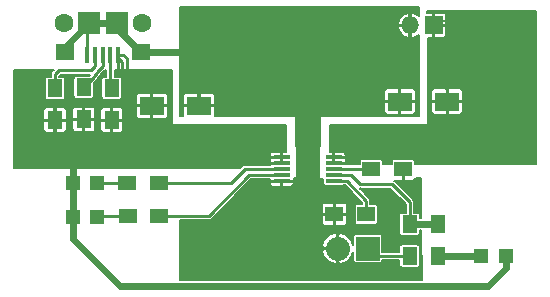
<source format=gbr>
G04 #@! TF.FileFunction,Copper,L1,Top,Signal*
%FSLAX46Y46*%
G04 Gerber Fmt 4.6, Leading zero omitted, Abs format (unit mm)*
G04 Created by KiCad (PCBNEW 0.201503210816+5526~22~ubuntu14.10.1-product) date Sun 22 Mar 2015 03:55:30 PM EDT*
%MOMM*%
G01*
G04 APERTURE LIST*
%ADD10C,0.100000*%
%ADD11R,2.000000X1.600000*%
%ADD12R,1.198880X1.198880*%
%ADD13R,1.500000X1.300000*%
%ADD14R,1.300000X1.500000*%
%ADD15R,1.400000X0.300000*%
%ADD16R,2.032000X2.032000*%
%ADD17O,2.032000X2.032000*%
%ADD18R,0.400000X1.350000*%
%ADD19R,1.600000X1.400000*%
%ADD20R,1.900000X1.900000*%
%ADD21C,1.600000*%
%ADD22R,1.500000X1.500000*%
%ADD23O,1.500000X1.500000*%
%ADD24C,0.685800*%
%ADD25C,0.609600*%
%ADD26C,0.152400*%
%ADD27C,0.254000*%
G04 APERTURE END LIST*
D10*
D11*
X156724600Y-105628440D03*
X160724600Y-105628440D03*
X181730400Y-105257600D03*
X177730400Y-105257600D03*
D12*
X186723020Y-118364000D03*
X184624980Y-118364000D03*
X150017480Y-114998500D03*
X152115520Y-114998500D03*
X150017480Y-112141000D03*
X152115520Y-112141000D03*
D13*
X157306000Y-112141000D03*
X154606000Y-112141000D03*
X157369500Y-114935000D03*
X154669500Y-114935000D03*
D14*
X180975000Y-115617000D03*
X180975000Y-118317000D03*
X178562000Y-115642400D03*
X178562000Y-118342400D03*
D13*
X178007000Y-110998000D03*
X175307000Y-110998000D03*
X172182800Y-114808000D03*
X174882800Y-114808000D03*
D14*
X148534120Y-106836200D03*
X148534120Y-104136200D03*
X150962360Y-106770160D03*
X150962360Y-104070160D03*
X153339800Y-106836200D03*
X153339800Y-104136200D03*
D15*
X167726000Y-109998000D03*
X167726000Y-110498000D03*
X167726000Y-110998000D03*
X167726000Y-111498000D03*
X167726000Y-111998000D03*
X172126000Y-111998000D03*
X172126000Y-111498000D03*
X172126000Y-110998000D03*
X172126000Y-110498000D03*
X172126000Y-109998000D03*
D16*
X175006000Y-117703600D03*
D17*
X172466000Y-117703600D03*
D18*
X152568760Y-101318440D03*
X151918760Y-101318440D03*
X151268760Y-101318440D03*
X153218760Y-101318440D03*
X153868760Y-101318440D03*
D19*
X155768760Y-101093440D03*
X149368760Y-101093440D03*
D20*
X153768760Y-98643440D03*
X151368760Y-98643440D03*
D21*
X155868760Y-98643440D03*
X149268760Y-98643440D03*
D22*
X180594000Y-98806000D03*
D23*
X178594000Y-98806000D03*
D24*
X175895000Y-113030000D03*
X177165000Y-114935000D03*
X177165000Y-116840000D03*
X176530000Y-120015000D03*
X173355000Y-120015000D03*
X169545000Y-120015000D03*
X166370000Y-120015000D03*
X163195000Y-120015000D03*
X160020000Y-120015000D03*
X161290000Y-118110000D03*
X164465000Y-118110000D03*
X167640000Y-118110000D03*
X170180000Y-118110000D03*
X168910000Y-116205000D03*
X165735000Y-116205000D03*
X162560000Y-116205000D03*
X160020000Y-116205000D03*
X165100000Y-114300000D03*
X167640000Y-114300000D03*
X170180000Y-114300000D03*
X170180000Y-112395000D03*
X170180000Y-110490000D03*
X170180000Y-108585000D03*
X170180000Y-106680000D03*
X160655000Y-101600000D03*
X160655000Y-103505000D03*
X175895000Y-97790000D03*
X175895000Y-99695000D03*
X175895000Y-101600000D03*
X175895000Y-103505000D03*
X175895000Y-105410000D03*
X173355000Y-105410000D03*
X173355000Y-103505000D03*
X173355000Y-101600000D03*
X173355000Y-99695000D03*
X173355000Y-97790000D03*
X170815000Y-97790000D03*
X170815000Y-99695000D03*
X170815000Y-101600000D03*
X170815000Y-103505000D03*
X170815000Y-105410000D03*
X168275000Y-105410000D03*
X168275000Y-103505000D03*
X168275000Y-101600000D03*
X168275000Y-99695000D03*
X168275000Y-97790000D03*
X165735000Y-97790000D03*
X165735000Y-99695000D03*
X165735000Y-101600000D03*
X165735000Y-103505000D03*
X165735000Y-105410000D03*
X163195000Y-105410000D03*
X163195000Y-103505000D03*
X163195000Y-101600000D03*
X163195000Y-99695000D03*
X163195000Y-97790000D03*
X160655000Y-97790000D03*
X160655000Y-99695000D03*
X178567080Y-112593120D03*
X178435000Y-102870000D03*
X178435000Y-100965000D03*
X155575000Y-103505000D03*
X157480000Y-103505000D03*
X147955000Y-108585000D03*
X149860000Y-108585000D03*
X152400000Y-108585000D03*
X154305000Y-108585000D03*
X146050000Y-104140000D03*
X146050000Y-106045000D03*
X146050000Y-107950000D03*
X146050000Y-109855000D03*
X148590000Y-109855000D03*
X151130000Y-109855000D03*
X153670000Y-109855000D03*
X156845000Y-109855000D03*
X159385000Y-109855000D03*
X161925000Y-109855000D03*
X164465000Y-109855000D03*
X167005000Y-107950000D03*
X164465000Y-107950000D03*
X161925000Y-107950000D03*
X159385000Y-107950000D03*
X156845000Y-107950000D03*
X187960000Y-109855000D03*
X186690000Y-102235000D03*
X187960000Y-104140000D03*
X185420000Y-104140000D03*
X183515000Y-104140000D03*
X184150000Y-106045000D03*
X186690000Y-106045000D03*
X188595000Y-106045000D03*
X188595000Y-107950000D03*
X186055000Y-107950000D03*
X183515000Y-107950000D03*
X180975000Y-107950000D03*
X178435000Y-107950000D03*
X175895000Y-107950000D03*
X173355000Y-107950000D03*
X174625000Y-109220000D03*
X177165000Y-109220000D03*
X180340000Y-109220000D03*
X182245000Y-109855000D03*
X184785000Y-109855000D03*
X181610000Y-102235000D03*
X183515000Y-98425000D03*
X185420000Y-98425000D03*
X187960000Y-98425000D03*
X187960000Y-100330000D03*
X185420000Y-100330000D03*
X183515000Y-100330000D03*
X184150000Y-102235000D03*
D25*
X155768760Y-101093440D02*
X159764560Y-101093440D01*
X159764560Y-101093440D02*
X159766000Y-101092000D01*
D26*
X170815000Y-105410000D02*
X170815000Y-106045000D01*
X177165000Y-116840000D02*
X177165000Y-114935000D01*
X173355000Y-120015000D02*
X176530000Y-120015000D01*
X166370000Y-120015000D02*
X169545000Y-120015000D01*
X160020000Y-120015000D02*
X163195000Y-120015000D01*
X164465000Y-118110000D02*
X161290000Y-118110000D01*
X170180000Y-118110000D02*
X167640000Y-118110000D01*
X165735000Y-116205000D02*
X168910000Y-116205000D01*
X160020000Y-116205000D02*
X162560000Y-116205000D01*
X167640000Y-114300000D02*
X165100000Y-114300000D01*
X170180000Y-112395000D02*
X170180000Y-114300000D01*
X170180000Y-108585000D02*
X170180000Y-110490000D01*
X170815000Y-106045000D02*
X170180000Y-106680000D01*
X160724600Y-103574600D02*
X160655000Y-103505000D01*
X160724600Y-105628440D02*
X160724600Y-103574600D01*
X175895000Y-101600000D02*
X175895000Y-99695000D01*
X175895000Y-105410000D02*
X175895000Y-103505000D01*
X173355000Y-103505000D02*
X173355000Y-105410000D01*
X173355000Y-99695000D02*
X173355000Y-101600000D01*
X170815000Y-97790000D02*
X173355000Y-97790000D01*
X170815000Y-101600000D02*
X170815000Y-99695000D01*
X170815000Y-105410000D02*
X170815000Y-103505000D01*
X168275000Y-103505000D02*
X168275000Y-105410000D01*
X168275000Y-99695000D02*
X168275000Y-101600000D01*
X165735000Y-97790000D02*
X168275000Y-97790000D01*
X165735000Y-101600000D02*
X165735000Y-99695000D01*
X165735000Y-105410000D02*
X165735000Y-103505000D01*
X163195000Y-103505000D02*
X163195000Y-105410000D01*
X163195000Y-99695000D02*
X163195000Y-101600000D01*
X160655000Y-97790000D02*
X163195000Y-97790000D01*
X160655000Y-101600000D02*
X160655000Y-99695000D01*
D27*
X178007000Y-112033040D02*
X178567080Y-112593120D01*
X178007000Y-110998000D02*
X178007000Y-112033040D01*
D25*
X149368760Y-100643440D02*
X151368760Y-98643440D01*
X149368760Y-101093440D02*
X149368760Y-100643440D01*
X151368760Y-98643440D02*
X153768760Y-98643440D01*
X153768760Y-99093440D02*
X155768760Y-101093440D01*
X153768760Y-98643440D02*
X153768760Y-99093440D01*
D27*
X151268760Y-98743440D02*
X151368760Y-98643440D01*
X151268760Y-101318440D02*
X151268760Y-98743440D01*
D26*
X178460400Y-98450400D02*
X178460400Y-100939600D01*
X178460400Y-100939600D02*
X178435000Y-100965000D01*
D27*
X152568760Y-101318440D02*
X152568760Y-102269440D01*
X152568760Y-102269440D02*
X152059640Y-102778560D01*
X152059640Y-102872880D02*
X151844080Y-103088440D01*
X152059640Y-102778560D02*
X152059640Y-102872880D01*
X151844080Y-103188440D02*
X150962360Y-104070160D01*
X151844080Y-103088440D02*
X151844080Y-103188440D01*
X151918760Y-102247440D02*
X151540040Y-102626160D01*
X151918760Y-101318440D02*
X151918760Y-102247440D01*
X151540040Y-102626160D02*
X148859240Y-102626160D01*
X148534120Y-102951280D02*
X148534120Y-104136200D01*
X148859240Y-102626160D02*
X148534120Y-102951280D01*
X153218760Y-104015160D02*
X153339800Y-104136200D01*
X153218760Y-101318440D02*
X153218760Y-104015160D01*
D25*
X180975000Y-118317000D02*
X184577980Y-118317000D01*
X184577980Y-118317000D02*
X184624980Y-118364000D01*
D27*
X154669500Y-114935000D02*
X152179020Y-114935000D01*
D26*
X152179020Y-114935000D02*
X152115520Y-114998500D01*
D27*
X152115520Y-112141000D02*
X154606000Y-112141000D01*
X178562000Y-118342400D02*
X175644800Y-118342400D01*
D26*
X175644800Y-118342400D02*
X175006000Y-117703600D01*
D27*
X157306000Y-112141000D02*
X163449000Y-112141000D01*
X164592000Y-110998000D02*
X167726000Y-110998000D01*
X163449000Y-112141000D02*
X164592000Y-110998000D01*
X167726000Y-111498000D02*
X164981000Y-111498000D01*
X161544000Y-114935000D02*
X157369500Y-114935000D01*
X164981000Y-111498000D02*
X161544000Y-114935000D01*
D25*
X180975000Y-115617000D02*
X178587400Y-115617000D01*
X178587400Y-115617000D02*
X178562000Y-115642400D01*
D26*
X178587400Y-115617000D02*
X178562000Y-115642400D01*
D27*
X178562000Y-115642400D02*
X178562000Y-113792000D01*
X173601000Y-111498000D02*
X172126000Y-111498000D01*
X174371000Y-112268000D02*
X173601000Y-111498000D01*
X177038000Y-112268000D02*
X174371000Y-112268000D01*
X178562000Y-113792000D02*
X177038000Y-112268000D01*
D26*
X178672500Y-115531900D02*
X178562000Y-115642400D01*
D27*
X172126000Y-110998000D02*
X175307000Y-110998000D01*
X172126000Y-111998000D02*
X173212000Y-111998000D01*
X174879000Y-113665000D02*
X174879000Y-114804200D01*
X173212000Y-111998000D02*
X174879000Y-113665000D01*
D26*
X174879000Y-114804200D02*
X174882800Y-114808000D01*
D25*
X153273760Y-106770160D02*
X153339800Y-106836200D01*
X150896320Y-106836200D02*
X150962360Y-106770160D01*
X186723020Y-118364000D02*
X186723020Y-119346980D01*
X185166000Y-120904000D02*
X154051000Y-120904000D01*
X186723020Y-119346980D02*
X185166000Y-120904000D01*
D26*
X156724600Y-104260400D02*
X157480000Y-103505000D01*
X156724600Y-105628440D02*
X156724600Y-104260400D01*
X150495000Y-108585000D02*
X149860000Y-108585000D01*
X152400000Y-108585000D02*
X150495000Y-108585000D01*
X154940000Y-107950000D02*
X154305000Y-108585000D01*
X156845000Y-107950000D02*
X154940000Y-107950000D01*
X146050000Y-107950000D02*
X146050000Y-106045000D01*
X148590000Y-109855000D02*
X146050000Y-109855000D01*
X153670000Y-109855000D02*
X151130000Y-109855000D01*
X159385000Y-109855000D02*
X156845000Y-109855000D01*
X164465000Y-109855000D02*
X161925000Y-109855000D01*
X164465000Y-107950000D02*
X167005000Y-107950000D01*
X159385000Y-107950000D02*
X161925000Y-107950000D01*
X156724600Y-107829600D02*
X156845000Y-107950000D01*
X156724600Y-105628440D02*
X156724600Y-107829600D01*
D25*
X150017480Y-112141000D02*
X150017480Y-110078520D01*
X150017480Y-110078520D02*
X150241000Y-109855000D01*
X150017480Y-114744500D02*
X150017480Y-112141000D01*
X150017480Y-116870480D02*
X150017480Y-114744500D01*
X154051000Y-120904000D02*
X150017480Y-116870480D01*
D27*
X153868760Y-102823640D02*
X153868760Y-101318440D01*
X153868760Y-101318440D02*
X153868760Y-101615880D01*
X153868760Y-101615880D02*
X154198320Y-101945440D01*
X154198320Y-101945440D02*
X154198320Y-102743000D01*
X154322760Y-101318440D02*
X154609800Y-101605480D01*
X153868760Y-101318440D02*
X154322760Y-101318440D01*
X154609800Y-101605480D02*
X154609800Y-102971600D01*
D26*
X184150000Y-102235000D02*
X186690000Y-102235000D01*
X187960000Y-104140000D02*
X185420000Y-104140000D01*
X183515000Y-104140000D02*
X184150000Y-104775000D01*
X184150000Y-104775000D02*
X184150000Y-106045000D01*
X186690000Y-106045000D02*
X188595000Y-106045000D01*
X188595000Y-107950000D02*
X186055000Y-107950000D01*
X183515000Y-107950000D02*
X180975000Y-107950000D01*
X178435000Y-107950000D02*
X175895000Y-107950000D01*
X173355000Y-107950000D02*
X174625000Y-109220000D01*
X177165000Y-109220000D02*
X180340000Y-109220000D01*
X182245000Y-109855000D02*
X184785000Y-109855000D01*
X183489600Y-98450400D02*
X183515000Y-98425000D01*
X185420000Y-98425000D02*
X187960000Y-98425000D01*
X187960000Y-100330000D02*
X185420000Y-100330000D01*
X183515000Y-100330000D02*
X182245000Y-101600000D01*
X182245000Y-101600000D02*
X181610000Y-102235000D01*
X183489600Y-98450400D02*
X181000400Y-98450400D01*
G36*
X179525923Y-115083600D02*
X179445079Y-115083600D01*
X179445079Y-114892400D01*
X179428167Y-114805236D01*
X179377842Y-114728626D01*
X179301871Y-114677344D01*
X179212000Y-114659321D01*
X178917600Y-114659321D01*
X178917600Y-113792000D01*
X178890532Y-113655918D01*
X178890531Y-113655917D01*
X178864953Y-113617637D01*
X178813447Y-113540553D01*
X178813447Y-113540552D01*
X177289447Y-112016553D01*
X177232048Y-111978200D01*
X177873650Y-111978200D01*
X177956200Y-111895650D01*
X177956200Y-111755510D01*
X178057800Y-111754341D01*
X178057800Y-111895650D01*
X178140350Y-111978200D01*
X178822681Y-111978200D01*
X178944043Y-111927930D01*
X179036930Y-111835043D01*
X179075205Y-111742637D01*
X179477507Y-111738009D01*
X179525923Y-115083600D01*
X179525923Y-115083600D01*
G37*
X179525923Y-115083600D02*
X179445079Y-115083600D01*
X179445079Y-114892400D01*
X179428167Y-114805236D01*
X179377842Y-114728626D01*
X179301871Y-114677344D01*
X179212000Y-114659321D01*
X178917600Y-114659321D01*
X178917600Y-113792000D01*
X178890532Y-113655918D01*
X178890531Y-113655917D01*
X178864953Y-113617637D01*
X178813447Y-113540553D01*
X178813447Y-113540552D01*
X177289447Y-112016553D01*
X177232048Y-111978200D01*
X177873650Y-111978200D01*
X177956200Y-111895650D01*
X177956200Y-111755510D01*
X178057800Y-111754341D01*
X178057800Y-111895650D01*
X178140350Y-111978200D01*
X178822681Y-111978200D01*
X178944043Y-111927930D01*
X179036930Y-111835043D01*
X179075205Y-111742637D01*
X179477507Y-111738009D01*
X179525923Y-115083600D01*
G36*
X179602294Y-120360743D02*
X179445079Y-120361360D01*
X179445079Y-119092400D01*
X179445079Y-117592400D01*
X179428167Y-117505236D01*
X179377842Y-117428626D01*
X179301871Y-117377344D01*
X179212000Y-117359321D01*
X177912000Y-117359321D01*
X177824836Y-117376233D01*
X177748226Y-117426558D01*
X177696944Y-117502529D01*
X177678921Y-117592400D01*
X177678921Y-117986800D01*
X176255079Y-117986800D01*
X176255079Y-116687600D01*
X176238167Y-116600436D01*
X176187842Y-116523826D01*
X176111871Y-116472544D01*
X176022000Y-116454521D01*
X173990000Y-116454521D01*
X173902836Y-116471433D01*
X173826226Y-116521758D01*
X173774944Y-116597729D01*
X173756921Y-116687600D01*
X173756921Y-117370691D01*
X173586467Y-116957398D01*
X173263000Y-116632942D01*
X173263000Y-115523681D01*
X173263000Y-115392319D01*
X173263000Y-114941350D01*
X173263000Y-114674650D01*
X173263000Y-114223681D01*
X173263000Y-114092319D01*
X173212730Y-113970957D01*
X173119843Y-113878070D01*
X172998481Y-113827800D01*
X172316150Y-113827800D01*
X172233600Y-113910350D01*
X172233600Y-114757200D01*
X173180450Y-114757200D01*
X173263000Y-114674650D01*
X173263000Y-114941350D01*
X173180450Y-114858800D01*
X172233600Y-114858800D01*
X172233600Y-115705650D01*
X172316150Y-115788200D01*
X172998481Y-115788200D01*
X173119843Y-115737930D01*
X173212730Y-115645043D01*
X173263000Y-115523681D01*
X173263000Y-116632942D01*
X173215617Y-116585415D01*
X172730645Y-116383666D01*
X172726617Y-116382868D01*
X172516800Y-116440972D01*
X172516800Y-117652800D01*
X172536800Y-117652800D01*
X172536800Y-117754400D01*
X172516800Y-117754400D01*
X172516800Y-118966228D01*
X172726617Y-119024332D01*
X172730645Y-119023534D01*
X173215617Y-118821785D01*
X173586467Y-118449802D01*
X173756921Y-118036508D01*
X173756921Y-118719600D01*
X173773833Y-118806764D01*
X173824158Y-118883374D01*
X173900129Y-118934656D01*
X173990000Y-118952679D01*
X176022000Y-118952679D01*
X176109164Y-118935767D01*
X176185774Y-118885442D01*
X176237056Y-118809471D01*
X176255079Y-118719600D01*
X176255079Y-118698000D01*
X177678921Y-118698000D01*
X177678921Y-119092400D01*
X177695833Y-119179564D01*
X177746158Y-119256174D01*
X177822129Y-119307456D01*
X177912000Y-119325479D01*
X179212000Y-119325479D01*
X179299164Y-119308567D01*
X179375774Y-119258242D01*
X179427056Y-119182271D01*
X179445079Y-119092400D01*
X179445079Y-120361360D01*
X177094313Y-120370600D01*
X172415200Y-120370600D01*
X172415200Y-118966228D01*
X172415200Y-117754400D01*
X172415200Y-117652800D01*
X172415200Y-116440972D01*
X172205383Y-116382868D01*
X172201355Y-116383666D01*
X172132000Y-116412517D01*
X172132000Y-115705650D01*
X172132000Y-114858800D01*
X172132000Y-114757200D01*
X172132000Y-113910350D01*
X172049450Y-113827800D01*
X171367119Y-113827800D01*
X171245757Y-113878070D01*
X171152870Y-113970957D01*
X171102600Y-114092319D01*
X171102600Y-114223681D01*
X171102600Y-114674650D01*
X171185150Y-114757200D01*
X172132000Y-114757200D01*
X172132000Y-114858800D01*
X171185150Y-114858800D01*
X171102600Y-114941350D01*
X171102600Y-115392319D01*
X171102600Y-115523681D01*
X171152870Y-115645043D01*
X171245757Y-115737930D01*
X171367119Y-115788200D01*
X172049450Y-115788200D01*
X172132000Y-115705650D01*
X172132000Y-116412517D01*
X171716383Y-116585415D01*
X171345533Y-116957398D01*
X171145264Y-117442983D01*
X171203305Y-117652800D01*
X172415200Y-117652800D01*
X172415200Y-117754400D01*
X171203305Y-117754400D01*
X171145264Y-117964217D01*
X171345533Y-118449802D01*
X171716383Y-118821785D01*
X172201355Y-119023534D01*
X172205383Y-119024332D01*
X172415200Y-118966228D01*
X172415200Y-120370600D01*
X168756200Y-120370600D01*
X168756200Y-112213681D01*
X168756200Y-112131350D01*
X168673650Y-112048800D01*
X167776800Y-112048800D01*
X167776800Y-112395650D01*
X167859350Y-112478200D01*
X168491681Y-112478200D01*
X168613043Y-112427930D01*
X168705930Y-112335043D01*
X168756200Y-112213681D01*
X168756200Y-120370600D01*
X167675200Y-120370600D01*
X167675200Y-112395650D01*
X167675200Y-112048800D01*
X166778350Y-112048800D01*
X166695800Y-112131350D01*
X166695800Y-112213681D01*
X166746070Y-112335043D01*
X166838957Y-112427930D01*
X166960319Y-112478200D01*
X167592650Y-112478200D01*
X167675200Y-112395650D01*
X167675200Y-120370600D01*
X159075120Y-120370600D01*
X159075120Y-115290600D01*
X161544000Y-115290600D01*
X161680082Y-115263532D01*
X161680083Y-115263532D01*
X161795447Y-115186447D01*
X165128294Y-111853600D01*
X166695800Y-111853600D01*
X166695800Y-111864650D01*
X166778350Y-111947200D01*
X167675200Y-111947200D01*
X167675200Y-111927200D01*
X167776800Y-111927200D01*
X167776800Y-111947200D01*
X168673650Y-111947200D01*
X168756200Y-111864650D01*
X168756200Y-111782319D01*
X168752098Y-111772417D01*
X168987148Y-111772839D01*
X168921765Y-106476800D01*
X162054800Y-106476800D01*
X162054800Y-106362759D01*
X162054800Y-105761790D01*
X162054800Y-105495090D01*
X162054800Y-104894121D01*
X162054800Y-104762759D01*
X162004530Y-104641397D01*
X161911643Y-104548510D01*
X161790281Y-104498240D01*
X160857950Y-104498240D01*
X160775400Y-104580790D01*
X160775400Y-105577640D01*
X161972250Y-105577640D01*
X162054800Y-105495090D01*
X162054800Y-105761790D01*
X161972250Y-105679240D01*
X160775400Y-105679240D01*
X160775400Y-105699240D01*
X160673800Y-105699240D01*
X160673800Y-105679240D01*
X160673800Y-105577640D01*
X160673800Y-104580790D01*
X160591250Y-104498240D01*
X159658919Y-104498240D01*
X159537557Y-104548510D01*
X159444670Y-104641397D01*
X159394400Y-104762759D01*
X159394400Y-104894121D01*
X159394400Y-105495090D01*
X159476950Y-105577640D01*
X160673800Y-105577640D01*
X160673800Y-105679240D01*
X159476950Y-105679240D01*
X159394400Y-105761790D01*
X159394400Y-106362759D01*
X159394400Y-106476800D01*
X159143700Y-106476800D01*
X159143700Y-99822000D01*
X159143700Y-99568000D01*
X159143700Y-97294700D01*
X179311300Y-97294700D01*
X179311300Y-98025458D01*
X179187129Y-97903203D01*
X178812968Y-97748226D01*
X178644800Y-97809644D01*
X178644800Y-98755200D01*
X178664800Y-98755200D01*
X178664800Y-98856800D01*
X178644800Y-98856800D01*
X178644800Y-99802356D01*
X178812968Y-99863774D01*
X179187129Y-99708797D01*
X179311300Y-99586541D01*
X179311300Y-106476800D01*
X179060600Y-106476800D01*
X179060600Y-106123281D01*
X179060600Y-105991919D01*
X179060600Y-105390950D01*
X179060600Y-105124250D01*
X179060600Y-104523281D01*
X179060600Y-104391919D01*
X179010330Y-104270557D01*
X178917443Y-104177670D01*
X178796081Y-104127400D01*
X178543200Y-104127400D01*
X178543200Y-99802356D01*
X178543200Y-98856800D01*
X178543200Y-98755200D01*
X178543200Y-97809644D01*
X178375032Y-97748226D01*
X178000871Y-97903203D01*
X177700535Y-98198905D01*
X177536221Y-98587031D01*
X177597540Y-98755200D01*
X178543200Y-98755200D01*
X178543200Y-98856800D01*
X177597540Y-98856800D01*
X177536221Y-99024969D01*
X177700535Y-99413095D01*
X178000871Y-99708797D01*
X178375032Y-99863774D01*
X178543200Y-99802356D01*
X178543200Y-104127400D01*
X177863750Y-104127400D01*
X177781200Y-104209950D01*
X177781200Y-105206800D01*
X178978050Y-105206800D01*
X179060600Y-105124250D01*
X179060600Y-105390950D01*
X178978050Y-105308400D01*
X177781200Y-105308400D01*
X177781200Y-106305250D01*
X177863750Y-106387800D01*
X178796081Y-106387800D01*
X178917443Y-106337530D01*
X179010330Y-106244643D01*
X179060600Y-106123281D01*
X179060600Y-106476800D01*
X177679600Y-106476800D01*
X177679600Y-106305250D01*
X177679600Y-105308400D01*
X177679600Y-105206800D01*
X177679600Y-104209950D01*
X177597050Y-104127400D01*
X176664719Y-104127400D01*
X176543357Y-104177670D01*
X176450470Y-104270557D01*
X176400200Y-104391919D01*
X176400200Y-104523281D01*
X176400200Y-105124250D01*
X176482750Y-105206800D01*
X177679600Y-105206800D01*
X177679600Y-105308400D01*
X176482750Y-105308400D01*
X176400200Y-105390950D01*
X176400200Y-105991919D01*
X176400200Y-106123281D01*
X176450470Y-106244643D01*
X176543357Y-106337530D01*
X176664719Y-106387800D01*
X177597050Y-106387800D01*
X177679600Y-106305250D01*
X177679600Y-106476800D01*
X170930224Y-106476800D01*
X170864854Y-111837093D01*
X171195872Y-111833284D01*
X171192921Y-111848000D01*
X171192921Y-112148000D01*
X171209833Y-112235164D01*
X171260158Y-112311774D01*
X171336129Y-112363056D01*
X171426000Y-112381079D01*
X172826000Y-112381079D01*
X172913164Y-112364167D01*
X172929250Y-112353600D01*
X173064706Y-112353600D01*
X174523400Y-113812294D01*
X174523400Y-113924921D01*
X174132800Y-113924921D01*
X174045636Y-113941833D01*
X173969026Y-113992158D01*
X173917744Y-114068129D01*
X173899721Y-114158000D01*
X173899721Y-115458000D01*
X173916633Y-115545164D01*
X173966958Y-115621774D01*
X174042929Y-115673056D01*
X174132800Y-115691079D01*
X175632800Y-115691079D01*
X175719964Y-115674167D01*
X175796574Y-115623842D01*
X175847856Y-115547871D01*
X175865879Y-115458000D01*
X175865879Y-114158000D01*
X175848967Y-114070836D01*
X175798642Y-113994226D01*
X175722671Y-113942944D01*
X175632800Y-113924921D01*
X175234600Y-113924921D01*
X175234600Y-113665000D01*
X175207532Y-113528918D01*
X175207532Y-113528917D01*
X175130447Y-113413553D01*
X174332919Y-112616025D01*
X174371000Y-112623600D01*
X176890705Y-112623600D01*
X178206400Y-113939294D01*
X178206400Y-114659321D01*
X177912000Y-114659321D01*
X177824836Y-114676233D01*
X177748226Y-114726558D01*
X177696944Y-114802529D01*
X177678921Y-114892400D01*
X177678921Y-116392400D01*
X177695833Y-116479564D01*
X177746158Y-116556174D01*
X177822129Y-116607456D01*
X177912000Y-116625479D01*
X179212000Y-116625479D01*
X179299164Y-116608567D01*
X179375774Y-116558242D01*
X179427056Y-116482271D01*
X179445079Y-116392400D01*
X179445079Y-116150400D01*
X179541362Y-116150400D01*
X179602294Y-120360743D01*
X179602294Y-120360743D01*
G37*
X179602294Y-120360743D02*
X179445079Y-120361360D01*
X179445079Y-119092400D01*
X179445079Y-117592400D01*
X179428167Y-117505236D01*
X179377842Y-117428626D01*
X179301871Y-117377344D01*
X179212000Y-117359321D01*
X177912000Y-117359321D01*
X177824836Y-117376233D01*
X177748226Y-117426558D01*
X177696944Y-117502529D01*
X177678921Y-117592400D01*
X177678921Y-117986800D01*
X176255079Y-117986800D01*
X176255079Y-116687600D01*
X176238167Y-116600436D01*
X176187842Y-116523826D01*
X176111871Y-116472544D01*
X176022000Y-116454521D01*
X173990000Y-116454521D01*
X173902836Y-116471433D01*
X173826226Y-116521758D01*
X173774944Y-116597729D01*
X173756921Y-116687600D01*
X173756921Y-117370691D01*
X173586467Y-116957398D01*
X173263000Y-116632942D01*
X173263000Y-115523681D01*
X173263000Y-115392319D01*
X173263000Y-114941350D01*
X173263000Y-114674650D01*
X173263000Y-114223681D01*
X173263000Y-114092319D01*
X173212730Y-113970957D01*
X173119843Y-113878070D01*
X172998481Y-113827800D01*
X172316150Y-113827800D01*
X172233600Y-113910350D01*
X172233600Y-114757200D01*
X173180450Y-114757200D01*
X173263000Y-114674650D01*
X173263000Y-114941350D01*
X173180450Y-114858800D01*
X172233600Y-114858800D01*
X172233600Y-115705650D01*
X172316150Y-115788200D01*
X172998481Y-115788200D01*
X173119843Y-115737930D01*
X173212730Y-115645043D01*
X173263000Y-115523681D01*
X173263000Y-116632942D01*
X173215617Y-116585415D01*
X172730645Y-116383666D01*
X172726617Y-116382868D01*
X172516800Y-116440972D01*
X172516800Y-117652800D01*
X172536800Y-117652800D01*
X172536800Y-117754400D01*
X172516800Y-117754400D01*
X172516800Y-118966228D01*
X172726617Y-119024332D01*
X172730645Y-119023534D01*
X173215617Y-118821785D01*
X173586467Y-118449802D01*
X173756921Y-118036508D01*
X173756921Y-118719600D01*
X173773833Y-118806764D01*
X173824158Y-118883374D01*
X173900129Y-118934656D01*
X173990000Y-118952679D01*
X176022000Y-118952679D01*
X176109164Y-118935767D01*
X176185774Y-118885442D01*
X176237056Y-118809471D01*
X176255079Y-118719600D01*
X176255079Y-118698000D01*
X177678921Y-118698000D01*
X177678921Y-119092400D01*
X177695833Y-119179564D01*
X177746158Y-119256174D01*
X177822129Y-119307456D01*
X177912000Y-119325479D01*
X179212000Y-119325479D01*
X179299164Y-119308567D01*
X179375774Y-119258242D01*
X179427056Y-119182271D01*
X179445079Y-119092400D01*
X179445079Y-120361360D01*
X177094313Y-120370600D01*
X172415200Y-120370600D01*
X172415200Y-118966228D01*
X172415200Y-117754400D01*
X172415200Y-117652800D01*
X172415200Y-116440972D01*
X172205383Y-116382868D01*
X172201355Y-116383666D01*
X172132000Y-116412517D01*
X172132000Y-115705650D01*
X172132000Y-114858800D01*
X172132000Y-114757200D01*
X172132000Y-113910350D01*
X172049450Y-113827800D01*
X171367119Y-113827800D01*
X171245757Y-113878070D01*
X171152870Y-113970957D01*
X171102600Y-114092319D01*
X171102600Y-114223681D01*
X171102600Y-114674650D01*
X171185150Y-114757200D01*
X172132000Y-114757200D01*
X172132000Y-114858800D01*
X171185150Y-114858800D01*
X171102600Y-114941350D01*
X171102600Y-115392319D01*
X171102600Y-115523681D01*
X171152870Y-115645043D01*
X171245757Y-115737930D01*
X171367119Y-115788200D01*
X172049450Y-115788200D01*
X172132000Y-115705650D01*
X172132000Y-116412517D01*
X171716383Y-116585415D01*
X171345533Y-116957398D01*
X171145264Y-117442983D01*
X171203305Y-117652800D01*
X172415200Y-117652800D01*
X172415200Y-117754400D01*
X171203305Y-117754400D01*
X171145264Y-117964217D01*
X171345533Y-118449802D01*
X171716383Y-118821785D01*
X172201355Y-119023534D01*
X172205383Y-119024332D01*
X172415200Y-118966228D01*
X172415200Y-120370600D01*
X168756200Y-120370600D01*
X168756200Y-112213681D01*
X168756200Y-112131350D01*
X168673650Y-112048800D01*
X167776800Y-112048800D01*
X167776800Y-112395650D01*
X167859350Y-112478200D01*
X168491681Y-112478200D01*
X168613043Y-112427930D01*
X168705930Y-112335043D01*
X168756200Y-112213681D01*
X168756200Y-120370600D01*
X167675200Y-120370600D01*
X167675200Y-112395650D01*
X167675200Y-112048800D01*
X166778350Y-112048800D01*
X166695800Y-112131350D01*
X166695800Y-112213681D01*
X166746070Y-112335043D01*
X166838957Y-112427930D01*
X166960319Y-112478200D01*
X167592650Y-112478200D01*
X167675200Y-112395650D01*
X167675200Y-120370600D01*
X159075120Y-120370600D01*
X159075120Y-115290600D01*
X161544000Y-115290600D01*
X161680082Y-115263532D01*
X161680083Y-115263532D01*
X161795447Y-115186447D01*
X165128294Y-111853600D01*
X166695800Y-111853600D01*
X166695800Y-111864650D01*
X166778350Y-111947200D01*
X167675200Y-111947200D01*
X167675200Y-111927200D01*
X167776800Y-111927200D01*
X167776800Y-111947200D01*
X168673650Y-111947200D01*
X168756200Y-111864650D01*
X168756200Y-111782319D01*
X168752098Y-111772417D01*
X168987148Y-111772839D01*
X168921765Y-106476800D01*
X162054800Y-106476800D01*
X162054800Y-106362759D01*
X162054800Y-105761790D01*
X162054800Y-105495090D01*
X162054800Y-104894121D01*
X162054800Y-104762759D01*
X162004530Y-104641397D01*
X161911643Y-104548510D01*
X161790281Y-104498240D01*
X160857950Y-104498240D01*
X160775400Y-104580790D01*
X160775400Y-105577640D01*
X161972250Y-105577640D01*
X162054800Y-105495090D01*
X162054800Y-105761790D01*
X161972250Y-105679240D01*
X160775400Y-105679240D01*
X160775400Y-105699240D01*
X160673800Y-105699240D01*
X160673800Y-105679240D01*
X160673800Y-105577640D01*
X160673800Y-104580790D01*
X160591250Y-104498240D01*
X159658919Y-104498240D01*
X159537557Y-104548510D01*
X159444670Y-104641397D01*
X159394400Y-104762759D01*
X159394400Y-104894121D01*
X159394400Y-105495090D01*
X159476950Y-105577640D01*
X160673800Y-105577640D01*
X160673800Y-105679240D01*
X159476950Y-105679240D01*
X159394400Y-105761790D01*
X159394400Y-106362759D01*
X159394400Y-106476800D01*
X159143700Y-106476800D01*
X159143700Y-99822000D01*
X159143700Y-99568000D01*
X159143700Y-97294700D01*
X179311300Y-97294700D01*
X179311300Y-98025458D01*
X179187129Y-97903203D01*
X178812968Y-97748226D01*
X178644800Y-97809644D01*
X178644800Y-98755200D01*
X178664800Y-98755200D01*
X178664800Y-98856800D01*
X178644800Y-98856800D01*
X178644800Y-99802356D01*
X178812968Y-99863774D01*
X179187129Y-99708797D01*
X179311300Y-99586541D01*
X179311300Y-106476800D01*
X179060600Y-106476800D01*
X179060600Y-106123281D01*
X179060600Y-105991919D01*
X179060600Y-105390950D01*
X179060600Y-105124250D01*
X179060600Y-104523281D01*
X179060600Y-104391919D01*
X179010330Y-104270557D01*
X178917443Y-104177670D01*
X178796081Y-104127400D01*
X178543200Y-104127400D01*
X178543200Y-99802356D01*
X178543200Y-98856800D01*
X178543200Y-98755200D01*
X178543200Y-97809644D01*
X178375032Y-97748226D01*
X178000871Y-97903203D01*
X177700535Y-98198905D01*
X177536221Y-98587031D01*
X177597540Y-98755200D01*
X178543200Y-98755200D01*
X178543200Y-98856800D01*
X177597540Y-98856800D01*
X177536221Y-99024969D01*
X177700535Y-99413095D01*
X178000871Y-99708797D01*
X178375032Y-99863774D01*
X178543200Y-99802356D01*
X178543200Y-104127400D01*
X177863750Y-104127400D01*
X177781200Y-104209950D01*
X177781200Y-105206800D01*
X178978050Y-105206800D01*
X179060600Y-105124250D01*
X179060600Y-105390950D01*
X178978050Y-105308400D01*
X177781200Y-105308400D01*
X177781200Y-106305250D01*
X177863750Y-106387800D01*
X178796081Y-106387800D01*
X178917443Y-106337530D01*
X179010330Y-106244643D01*
X179060600Y-106123281D01*
X179060600Y-106476800D01*
X177679600Y-106476800D01*
X177679600Y-106305250D01*
X177679600Y-105308400D01*
X177679600Y-105206800D01*
X177679600Y-104209950D01*
X177597050Y-104127400D01*
X176664719Y-104127400D01*
X176543357Y-104177670D01*
X176450470Y-104270557D01*
X176400200Y-104391919D01*
X176400200Y-104523281D01*
X176400200Y-105124250D01*
X176482750Y-105206800D01*
X177679600Y-105206800D01*
X177679600Y-105308400D01*
X176482750Y-105308400D01*
X176400200Y-105390950D01*
X176400200Y-105991919D01*
X176400200Y-106123281D01*
X176450470Y-106244643D01*
X176543357Y-106337530D01*
X176664719Y-106387800D01*
X177597050Y-106387800D01*
X177679600Y-106305250D01*
X177679600Y-106476800D01*
X170930224Y-106476800D01*
X170864854Y-111837093D01*
X171195872Y-111833284D01*
X171192921Y-111848000D01*
X171192921Y-112148000D01*
X171209833Y-112235164D01*
X171260158Y-112311774D01*
X171336129Y-112363056D01*
X171426000Y-112381079D01*
X172826000Y-112381079D01*
X172913164Y-112364167D01*
X172929250Y-112353600D01*
X173064706Y-112353600D01*
X174523400Y-113812294D01*
X174523400Y-113924921D01*
X174132800Y-113924921D01*
X174045636Y-113941833D01*
X173969026Y-113992158D01*
X173917744Y-114068129D01*
X173899721Y-114158000D01*
X173899721Y-115458000D01*
X173916633Y-115545164D01*
X173966958Y-115621774D01*
X174042929Y-115673056D01*
X174132800Y-115691079D01*
X175632800Y-115691079D01*
X175719964Y-115674167D01*
X175796574Y-115623842D01*
X175847856Y-115547871D01*
X175865879Y-115458000D01*
X175865879Y-114158000D01*
X175848967Y-114070836D01*
X175798642Y-113994226D01*
X175722671Y-113942944D01*
X175632800Y-113924921D01*
X175234600Y-113924921D01*
X175234600Y-113665000D01*
X175207532Y-113528918D01*
X175207532Y-113528917D01*
X175130447Y-113413553D01*
X174332919Y-112616025D01*
X174371000Y-112623600D01*
X176890705Y-112623600D01*
X178206400Y-113939294D01*
X178206400Y-114659321D01*
X177912000Y-114659321D01*
X177824836Y-114676233D01*
X177748226Y-114726558D01*
X177696944Y-114802529D01*
X177678921Y-114892400D01*
X177678921Y-116392400D01*
X177695833Y-116479564D01*
X177746158Y-116556174D01*
X177822129Y-116607456D01*
X177912000Y-116625479D01*
X179212000Y-116625479D01*
X179299164Y-116608567D01*
X179375774Y-116558242D01*
X179427056Y-116482271D01*
X179445079Y-116392400D01*
X179445079Y-116150400D01*
X179541362Y-116150400D01*
X179602294Y-120360743D01*
G36*
X189255400Y-110515400D02*
X183060600Y-110515400D01*
X183060600Y-106123281D01*
X183060600Y-105991919D01*
X183060600Y-105390950D01*
X183060600Y-105124250D01*
X183060600Y-104523281D01*
X183060600Y-104391919D01*
X183010330Y-104270557D01*
X182917443Y-104177670D01*
X182796081Y-104127400D01*
X181863750Y-104127400D01*
X181781200Y-104209950D01*
X181781200Y-105206800D01*
X182978050Y-105206800D01*
X183060600Y-105124250D01*
X183060600Y-105390950D01*
X182978050Y-105308400D01*
X181781200Y-105308400D01*
X181781200Y-106305250D01*
X181863750Y-106387800D01*
X182796081Y-106387800D01*
X182917443Y-106337530D01*
X183010330Y-106244643D01*
X183060600Y-106123281D01*
X183060600Y-110515400D01*
X181679600Y-110515400D01*
X181679600Y-106305250D01*
X181679600Y-105308400D01*
X181679600Y-105206800D01*
X181679600Y-104209950D01*
X181674200Y-104204550D01*
X181674200Y-99621681D01*
X181674200Y-98939350D01*
X181674200Y-98672650D01*
X181674200Y-97990319D01*
X181623930Y-97868957D01*
X181531043Y-97776070D01*
X181409681Y-97725800D01*
X181278319Y-97725800D01*
X180727350Y-97725800D01*
X180644800Y-97808350D01*
X180644800Y-98755200D01*
X181591650Y-98755200D01*
X181674200Y-98672650D01*
X181674200Y-98939350D01*
X181591650Y-98856800D01*
X180644800Y-98856800D01*
X180644800Y-99803650D01*
X180727350Y-99886200D01*
X181278319Y-99886200D01*
X181409681Y-99886200D01*
X181531043Y-99835930D01*
X181623930Y-99743043D01*
X181674200Y-99621681D01*
X181674200Y-104204550D01*
X181597050Y-104127400D01*
X180664719Y-104127400D01*
X180543357Y-104177670D01*
X180450470Y-104270557D01*
X180400200Y-104391919D01*
X180400200Y-104523281D01*
X180400200Y-105124250D01*
X180482750Y-105206800D01*
X181679600Y-105206800D01*
X181679600Y-105308400D01*
X180482750Y-105308400D01*
X180400200Y-105390950D01*
X180400200Y-105991919D01*
X180400200Y-106123281D01*
X180450470Y-106244643D01*
X180543357Y-106337530D01*
X180664719Y-106387800D01*
X181597050Y-106387800D01*
X181679600Y-106305250D01*
X181679600Y-110515400D01*
X178990079Y-110515400D01*
X178990079Y-110348000D01*
X178973167Y-110260836D01*
X178922842Y-110184226D01*
X178846871Y-110132944D01*
X178757000Y-110114921D01*
X177257000Y-110114921D01*
X177169836Y-110131833D01*
X177093226Y-110182158D01*
X177041944Y-110258129D01*
X177023921Y-110348000D01*
X177023921Y-110515400D01*
X176290079Y-110515400D01*
X176290079Y-110348000D01*
X176273167Y-110260836D01*
X176222842Y-110184226D01*
X176146871Y-110132944D01*
X176057000Y-110114921D01*
X174557000Y-110114921D01*
X174469836Y-110131833D01*
X174393226Y-110182158D01*
X174341944Y-110258129D01*
X174323921Y-110348000D01*
X174323921Y-110515400D01*
X173156200Y-110515400D01*
X173156200Y-110364650D01*
X173156200Y-110282319D01*
X173141984Y-110248000D01*
X173156200Y-110213681D01*
X173156200Y-110131350D01*
X173156200Y-109864650D01*
X173156200Y-109782319D01*
X173105930Y-109660957D01*
X173013043Y-109568070D01*
X172891681Y-109517800D01*
X172259350Y-109517800D01*
X172176800Y-109600350D01*
X172176800Y-109947200D01*
X173073650Y-109947200D01*
X173156200Y-109864650D01*
X173156200Y-110131350D01*
X173073650Y-110048800D01*
X172966521Y-110048800D01*
X172891681Y-110017800D01*
X172259350Y-110017800D01*
X172228350Y-110048800D01*
X172176800Y-110048800D01*
X172176800Y-110100350D01*
X172176800Y-110395650D01*
X172176800Y-110447200D01*
X172228350Y-110447200D01*
X172259350Y-110478200D01*
X172891681Y-110478200D01*
X172966521Y-110447200D01*
X173073650Y-110447200D01*
X173156200Y-110364650D01*
X173156200Y-110515400D01*
X172055200Y-110515400D01*
X172055200Y-110447200D01*
X172075200Y-110447200D01*
X172075200Y-110395650D01*
X172075200Y-110100350D01*
X172075200Y-110048800D01*
X172055200Y-110048800D01*
X172055200Y-109947200D01*
X172075200Y-109947200D01*
X172075200Y-109600350D01*
X171992650Y-109517800D01*
X171831000Y-109517800D01*
X171831000Y-107213400D01*
X180111802Y-107213400D01*
X180073237Y-99886200D01*
X180460650Y-99886200D01*
X180543200Y-99803650D01*
X180543200Y-98856800D01*
X180523200Y-98856800D01*
X180523200Y-98755200D01*
X180543200Y-98755200D01*
X180543200Y-97808350D01*
X180460650Y-97725800D01*
X180061867Y-97725800D01*
X180061002Y-97561400D01*
X189255400Y-97561400D01*
X189255400Y-110515400D01*
X189255400Y-110515400D01*
G37*
X189255400Y-110515400D02*
X183060600Y-110515400D01*
X183060600Y-106123281D01*
X183060600Y-105991919D01*
X183060600Y-105390950D01*
X183060600Y-105124250D01*
X183060600Y-104523281D01*
X183060600Y-104391919D01*
X183010330Y-104270557D01*
X182917443Y-104177670D01*
X182796081Y-104127400D01*
X181863750Y-104127400D01*
X181781200Y-104209950D01*
X181781200Y-105206800D01*
X182978050Y-105206800D01*
X183060600Y-105124250D01*
X183060600Y-105390950D01*
X182978050Y-105308400D01*
X181781200Y-105308400D01*
X181781200Y-106305250D01*
X181863750Y-106387800D01*
X182796081Y-106387800D01*
X182917443Y-106337530D01*
X183010330Y-106244643D01*
X183060600Y-106123281D01*
X183060600Y-110515400D01*
X181679600Y-110515400D01*
X181679600Y-106305250D01*
X181679600Y-105308400D01*
X181679600Y-105206800D01*
X181679600Y-104209950D01*
X181674200Y-104204550D01*
X181674200Y-99621681D01*
X181674200Y-98939350D01*
X181674200Y-98672650D01*
X181674200Y-97990319D01*
X181623930Y-97868957D01*
X181531043Y-97776070D01*
X181409681Y-97725800D01*
X181278319Y-97725800D01*
X180727350Y-97725800D01*
X180644800Y-97808350D01*
X180644800Y-98755200D01*
X181591650Y-98755200D01*
X181674200Y-98672650D01*
X181674200Y-98939350D01*
X181591650Y-98856800D01*
X180644800Y-98856800D01*
X180644800Y-99803650D01*
X180727350Y-99886200D01*
X181278319Y-99886200D01*
X181409681Y-99886200D01*
X181531043Y-99835930D01*
X181623930Y-99743043D01*
X181674200Y-99621681D01*
X181674200Y-104204550D01*
X181597050Y-104127400D01*
X180664719Y-104127400D01*
X180543357Y-104177670D01*
X180450470Y-104270557D01*
X180400200Y-104391919D01*
X180400200Y-104523281D01*
X180400200Y-105124250D01*
X180482750Y-105206800D01*
X181679600Y-105206800D01*
X181679600Y-105308400D01*
X180482750Y-105308400D01*
X180400200Y-105390950D01*
X180400200Y-105991919D01*
X180400200Y-106123281D01*
X180450470Y-106244643D01*
X180543357Y-106337530D01*
X180664719Y-106387800D01*
X181597050Y-106387800D01*
X181679600Y-106305250D01*
X181679600Y-110515400D01*
X178990079Y-110515400D01*
X178990079Y-110348000D01*
X178973167Y-110260836D01*
X178922842Y-110184226D01*
X178846871Y-110132944D01*
X178757000Y-110114921D01*
X177257000Y-110114921D01*
X177169836Y-110131833D01*
X177093226Y-110182158D01*
X177041944Y-110258129D01*
X177023921Y-110348000D01*
X177023921Y-110515400D01*
X176290079Y-110515400D01*
X176290079Y-110348000D01*
X176273167Y-110260836D01*
X176222842Y-110184226D01*
X176146871Y-110132944D01*
X176057000Y-110114921D01*
X174557000Y-110114921D01*
X174469836Y-110131833D01*
X174393226Y-110182158D01*
X174341944Y-110258129D01*
X174323921Y-110348000D01*
X174323921Y-110515400D01*
X173156200Y-110515400D01*
X173156200Y-110364650D01*
X173156200Y-110282319D01*
X173141984Y-110248000D01*
X173156200Y-110213681D01*
X173156200Y-110131350D01*
X173156200Y-109864650D01*
X173156200Y-109782319D01*
X173105930Y-109660957D01*
X173013043Y-109568070D01*
X172891681Y-109517800D01*
X172259350Y-109517800D01*
X172176800Y-109600350D01*
X172176800Y-109947200D01*
X173073650Y-109947200D01*
X173156200Y-109864650D01*
X173156200Y-110131350D01*
X173073650Y-110048800D01*
X172966521Y-110048800D01*
X172891681Y-110017800D01*
X172259350Y-110017800D01*
X172228350Y-110048800D01*
X172176800Y-110048800D01*
X172176800Y-110100350D01*
X172176800Y-110395650D01*
X172176800Y-110447200D01*
X172228350Y-110447200D01*
X172259350Y-110478200D01*
X172891681Y-110478200D01*
X172966521Y-110447200D01*
X173073650Y-110447200D01*
X173156200Y-110364650D01*
X173156200Y-110515400D01*
X172055200Y-110515400D01*
X172055200Y-110447200D01*
X172075200Y-110447200D01*
X172075200Y-110395650D01*
X172075200Y-110100350D01*
X172075200Y-110048800D01*
X172055200Y-110048800D01*
X172055200Y-109947200D01*
X172075200Y-109947200D01*
X172075200Y-109600350D01*
X171992650Y-109517800D01*
X171831000Y-109517800D01*
X171831000Y-107213400D01*
X180111802Y-107213400D01*
X180073237Y-99886200D01*
X180460650Y-99886200D01*
X180543200Y-99803650D01*
X180543200Y-98856800D01*
X180523200Y-98856800D01*
X180523200Y-98755200D01*
X180543200Y-98755200D01*
X180543200Y-97808350D01*
X180460650Y-97725800D01*
X180061867Y-97725800D01*
X180061002Y-97561400D01*
X189255400Y-97561400D01*
X189255400Y-110515400D01*
G36*
X168071800Y-109517800D02*
X167859350Y-109517800D01*
X167776800Y-109600350D01*
X167776800Y-109947200D01*
X167796800Y-109947200D01*
X167796800Y-110048800D01*
X167776800Y-110048800D01*
X167776800Y-110100350D01*
X167776800Y-110395650D01*
X167776800Y-110447200D01*
X167796800Y-110447200D01*
X167796800Y-110548800D01*
X167776800Y-110548800D01*
X167776800Y-110568800D01*
X167675200Y-110568800D01*
X167675200Y-110548800D01*
X167675200Y-110447200D01*
X167675200Y-110395650D01*
X167675200Y-110100350D01*
X167675200Y-110048800D01*
X167675200Y-109947200D01*
X167675200Y-109600350D01*
X167592650Y-109517800D01*
X166960319Y-109517800D01*
X166838957Y-109568070D01*
X166746070Y-109660957D01*
X166695800Y-109782319D01*
X166695800Y-109864650D01*
X166778350Y-109947200D01*
X167675200Y-109947200D01*
X167675200Y-110048800D01*
X167623650Y-110048800D01*
X167592650Y-110017800D01*
X166960319Y-110017800D01*
X166885478Y-110048800D01*
X166778350Y-110048800D01*
X166695800Y-110131350D01*
X166695800Y-110213681D01*
X166710015Y-110248000D01*
X166695800Y-110282319D01*
X166695800Y-110364650D01*
X166778350Y-110447200D01*
X166885478Y-110447200D01*
X166960319Y-110478200D01*
X167592650Y-110478200D01*
X167623650Y-110447200D01*
X167675200Y-110447200D01*
X167675200Y-110548800D01*
X166778350Y-110548800D01*
X166695800Y-110631350D01*
X166695800Y-110642400D01*
X164592000Y-110642400D01*
X164455917Y-110669468D01*
X164340553Y-110746553D01*
X164167049Y-110920056D01*
X158054800Y-110917378D01*
X158054800Y-106494121D01*
X158054800Y-106362759D01*
X158054800Y-105761790D01*
X158054800Y-105495090D01*
X158054800Y-104894121D01*
X158054800Y-104762759D01*
X158004530Y-104641397D01*
X157911643Y-104548510D01*
X157790281Y-104498240D01*
X156857950Y-104498240D01*
X156775400Y-104580790D01*
X156775400Y-105577640D01*
X157972250Y-105577640D01*
X158054800Y-105495090D01*
X158054800Y-105761790D01*
X157972250Y-105679240D01*
X156775400Y-105679240D01*
X156775400Y-106676090D01*
X156857950Y-106758640D01*
X157790281Y-106758640D01*
X157911643Y-106708370D01*
X158004530Y-106615483D01*
X158054800Y-106494121D01*
X158054800Y-110917378D01*
X156673800Y-110916772D01*
X156673800Y-106676090D01*
X156673800Y-105679240D01*
X156673800Y-105577640D01*
X156673800Y-104580790D01*
X156591250Y-104498240D01*
X155658919Y-104498240D01*
X155537557Y-104548510D01*
X155444670Y-104641397D01*
X155394400Y-104762759D01*
X155394400Y-104894121D01*
X155394400Y-105495090D01*
X155476950Y-105577640D01*
X156673800Y-105577640D01*
X156673800Y-105679240D01*
X155476950Y-105679240D01*
X155394400Y-105761790D01*
X155394400Y-106362759D01*
X155394400Y-106494121D01*
X155444670Y-106615483D01*
X155537557Y-106708370D01*
X155658919Y-106758640D01*
X156591250Y-106758640D01*
X156673800Y-106676090D01*
X156673800Y-110916772D01*
X154320000Y-110915741D01*
X154320000Y-107651881D01*
X154320000Y-106969550D01*
X154320000Y-106702850D01*
X154320000Y-106020519D01*
X154269730Y-105899157D01*
X154176843Y-105806270D01*
X154055481Y-105756000D01*
X153924119Y-105756000D01*
X153473150Y-105756000D01*
X153390600Y-105838550D01*
X153390600Y-106785400D01*
X154237450Y-106785400D01*
X154320000Y-106702850D01*
X154320000Y-106969550D01*
X154237450Y-106887000D01*
X153390600Y-106887000D01*
X153390600Y-107833850D01*
X153473150Y-107916400D01*
X153924119Y-107916400D01*
X154055481Y-107916400D01*
X154176843Y-107866130D01*
X154269730Y-107773243D01*
X154320000Y-107651881D01*
X154320000Y-110915741D01*
X153289000Y-110915289D01*
X153289000Y-107833850D01*
X153289000Y-106887000D01*
X153289000Y-106785400D01*
X153289000Y-105838550D01*
X153206450Y-105756000D01*
X152755481Y-105756000D01*
X152624119Y-105756000D01*
X152502757Y-105806270D01*
X152409870Y-105899157D01*
X152359600Y-106020519D01*
X152359600Y-106702850D01*
X152442150Y-106785400D01*
X153289000Y-106785400D01*
X153289000Y-106887000D01*
X152442150Y-106887000D01*
X152359600Y-106969550D01*
X152359600Y-107651881D01*
X152409870Y-107773243D01*
X152502757Y-107866130D01*
X152624119Y-107916400D01*
X152755481Y-107916400D01*
X153206450Y-107916400D01*
X153289000Y-107833850D01*
X153289000Y-110915289D01*
X151942560Y-110914700D01*
X151942560Y-107585841D01*
X151942560Y-106903510D01*
X151942560Y-106636810D01*
X151942560Y-105954479D01*
X151892290Y-105833117D01*
X151799403Y-105740230D01*
X151678041Y-105689960D01*
X151546679Y-105689960D01*
X151095710Y-105689960D01*
X151013160Y-105772510D01*
X151013160Y-106719360D01*
X151860010Y-106719360D01*
X151942560Y-106636810D01*
X151942560Y-106903510D01*
X151860010Y-106820960D01*
X151013160Y-106820960D01*
X151013160Y-107767810D01*
X151095710Y-107850360D01*
X151546679Y-107850360D01*
X151678041Y-107850360D01*
X151799403Y-107800090D01*
X151892290Y-107707203D01*
X151942560Y-107585841D01*
X151942560Y-110914700D01*
X150911560Y-110914248D01*
X150911560Y-107767810D01*
X150911560Y-106820960D01*
X150911560Y-106719360D01*
X150911560Y-105772510D01*
X150829010Y-105689960D01*
X150378041Y-105689960D01*
X150246679Y-105689960D01*
X150125317Y-105740230D01*
X150032430Y-105833117D01*
X149982160Y-105954479D01*
X149982160Y-106636810D01*
X150064710Y-106719360D01*
X150911560Y-106719360D01*
X150911560Y-106820960D01*
X150064710Y-106820960D01*
X149982160Y-106903510D01*
X149982160Y-107585841D01*
X150032430Y-107707203D01*
X150125317Y-107800090D01*
X150246679Y-107850360D01*
X150378041Y-107850360D01*
X150829010Y-107850360D01*
X150911560Y-107767810D01*
X150911560Y-110914248D01*
X149514320Y-110913636D01*
X149514320Y-107651881D01*
X149514320Y-106969550D01*
X149514320Y-106702850D01*
X149514320Y-106020519D01*
X149464050Y-105899157D01*
X149371163Y-105806270D01*
X149249801Y-105756000D01*
X149118439Y-105756000D01*
X148667470Y-105756000D01*
X148584920Y-105838550D01*
X148584920Y-106785400D01*
X149431770Y-106785400D01*
X149514320Y-106702850D01*
X149514320Y-106969550D01*
X149431770Y-106887000D01*
X148584920Y-106887000D01*
X148584920Y-107833850D01*
X148667470Y-107916400D01*
X149118439Y-107916400D01*
X149249801Y-107916400D01*
X149371163Y-107866130D01*
X149464050Y-107773243D01*
X149514320Y-107651881D01*
X149514320Y-110913636D01*
X148483320Y-110913184D01*
X148483320Y-107833850D01*
X148483320Y-106887000D01*
X148483320Y-106785400D01*
X148483320Y-105838550D01*
X148400770Y-105756000D01*
X147949801Y-105756000D01*
X147818439Y-105756000D01*
X147697077Y-105806270D01*
X147604190Y-105899157D01*
X147553920Y-106020519D01*
X147553920Y-106702850D01*
X147636470Y-106785400D01*
X148483320Y-106785400D01*
X148483320Y-106887000D01*
X147636470Y-106887000D01*
X147553920Y-106969550D01*
X147553920Y-107651881D01*
X147604190Y-107773243D01*
X147697077Y-107866130D01*
X147818439Y-107916400D01*
X147949801Y-107916400D01*
X148400770Y-107916400D01*
X148483320Y-107833850D01*
X148483320Y-110913184D01*
X145058600Y-110911684D01*
X145058600Y-105115610D01*
X145069241Y-102575417D01*
X148404585Y-102577920D01*
X148282673Y-102699833D01*
X148205588Y-102815197D01*
X148178520Y-102951280D01*
X148178520Y-103153121D01*
X147884120Y-103153121D01*
X147796956Y-103170033D01*
X147720346Y-103220358D01*
X147669064Y-103296329D01*
X147651041Y-103386200D01*
X147651041Y-104886200D01*
X147667953Y-104973364D01*
X147718278Y-105049974D01*
X147794249Y-105101256D01*
X147884120Y-105119279D01*
X149184120Y-105119279D01*
X149271284Y-105102367D01*
X149347894Y-105052042D01*
X149399176Y-104976071D01*
X149417199Y-104886200D01*
X149417199Y-103386200D01*
X149400287Y-103299036D01*
X149349962Y-103222426D01*
X149273991Y-103171144D01*
X149184120Y-103153121D01*
X148889720Y-103153121D01*
X148889720Y-103098574D01*
X149006534Y-102981760D01*
X151509699Y-102981760D01*
X151500223Y-103029402D01*
X151500222Y-103029403D01*
X151442545Y-103087081D01*
X150312360Y-103087081D01*
X150225196Y-103103993D01*
X150148586Y-103154318D01*
X150097304Y-103230289D01*
X150079281Y-103320160D01*
X150079281Y-104820160D01*
X150096193Y-104907324D01*
X150146518Y-104983934D01*
X150222489Y-105035216D01*
X150312360Y-105053239D01*
X151612360Y-105053239D01*
X151699524Y-105036327D01*
X151776134Y-104986002D01*
X151827416Y-104910031D01*
X151845439Y-104820160D01*
X151845439Y-103689975D01*
X152095527Y-103439887D01*
X152172611Y-103324523D01*
X152172612Y-103324522D01*
X152187936Y-103247477D01*
X152311087Y-103124327D01*
X152388172Y-103008963D01*
X152388172Y-103008962D01*
X152402086Y-102939007D01*
X152759905Y-102581188D01*
X152863160Y-102581266D01*
X152863160Y-103153121D01*
X152689800Y-103153121D01*
X152602636Y-103170033D01*
X152526026Y-103220358D01*
X152474744Y-103296329D01*
X152456721Y-103386200D01*
X152456721Y-104886200D01*
X152473633Y-104973364D01*
X152523958Y-105049974D01*
X152599929Y-105101256D01*
X152689800Y-105119279D01*
X153989800Y-105119279D01*
X154076964Y-105102367D01*
X154153574Y-105052042D01*
X154204856Y-104976071D01*
X154222879Y-104886200D01*
X154222879Y-103386200D01*
X154205967Y-103299036D01*
X154155642Y-103222426D01*
X154079671Y-103171144D01*
X153989800Y-103153121D01*
X153574360Y-103153121D01*
X153574360Y-102581799D01*
X158455608Y-102585463D01*
X158470848Y-107264200D01*
X168071800Y-107264200D01*
X168071800Y-109517800D01*
X168071800Y-109517800D01*
G37*
X168071800Y-109517800D02*
X167859350Y-109517800D01*
X167776800Y-109600350D01*
X167776800Y-109947200D01*
X167796800Y-109947200D01*
X167796800Y-110048800D01*
X167776800Y-110048800D01*
X167776800Y-110100350D01*
X167776800Y-110395650D01*
X167776800Y-110447200D01*
X167796800Y-110447200D01*
X167796800Y-110548800D01*
X167776800Y-110548800D01*
X167776800Y-110568800D01*
X167675200Y-110568800D01*
X167675200Y-110548800D01*
X167675200Y-110447200D01*
X167675200Y-110395650D01*
X167675200Y-110100350D01*
X167675200Y-110048800D01*
X167675200Y-109947200D01*
X167675200Y-109600350D01*
X167592650Y-109517800D01*
X166960319Y-109517800D01*
X166838957Y-109568070D01*
X166746070Y-109660957D01*
X166695800Y-109782319D01*
X166695800Y-109864650D01*
X166778350Y-109947200D01*
X167675200Y-109947200D01*
X167675200Y-110048800D01*
X167623650Y-110048800D01*
X167592650Y-110017800D01*
X166960319Y-110017800D01*
X166885478Y-110048800D01*
X166778350Y-110048800D01*
X166695800Y-110131350D01*
X166695800Y-110213681D01*
X166710015Y-110248000D01*
X166695800Y-110282319D01*
X166695800Y-110364650D01*
X166778350Y-110447200D01*
X166885478Y-110447200D01*
X166960319Y-110478200D01*
X167592650Y-110478200D01*
X167623650Y-110447200D01*
X167675200Y-110447200D01*
X167675200Y-110548800D01*
X166778350Y-110548800D01*
X166695800Y-110631350D01*
X166695800Y-110642400D01*
X164592000Y-110642400D01*
X164455917Y-110669468D01*
X164340553Y-110746553D01*
X164167049Y-110920056D01*
X158054800Y-110917378D01*
X158054800Y-106494121D01*
X158054800Y-106362759D01*
X158054800Y-105761790D01*
X158054800Y-105495090D01*
X158054800Y-104894121D01*
X158054800Y-104762759D01*
X158004530Y-104641397D01*
X157911643Y-104548510D01*
X157790281Y-104498240D01*
X156857950Y-104498240D01*
X156775400Y-104580790D01*
X156775400Y-105577640D01*
X157972250Y-105577640D01*
X158054800Y-105495090D01*
X158054800Y-105761790D01*
X157972250Y-105679240D01*
X156775400Y-105679240D01*
X156775400Y-106676090D01*
X156857950Y-106758640D01*
X157790281Y-106758640D01*
X157911643Y-106708370D01*
X158004530Y-106615483D01*
X158054800Y-106494121D01*
X158054800Y-110917378D01*
X156673800Y-110916772D01*
X156673800Y-106676090D01*
X156673800Y-105679240D01*
X156673800Y-105577640D01*
X156673800Y-104580790D01*
X156591250Y-104498240D01*
X155658919Y-104498240D01*
X155537557Y-104548510D01*
X155444670Y-104641397D01*
X155394400Y-104762759D01*
X155394400Y-104894121D01*
X155394400Y-105495090D01*
X155476950Y-105577640D01*
X156673800Y-105577640D01*
X156673800Y-105679240D01*
X155476950Y-105679240D01*
X155394400Y-105761790D01*
X155394400Y-106362759D01*
X155394400Y-106494121D01*
X155444670Y-106615483D01*
X155537557Y-106708370D01*
X155658919Y-106758640D01*
X156591250Y-106758640D01*
X156673800Y-106676090D01*
X156673800Y-110916772D01*
X154320000Y-110915741D01*
X154320000Y-107651881D01*
X154320000Y-106969550D01*
X154320000Y-106702850D01*
X154320000Y-106020519D01*
X154269730Y-105899157D01*
X154176843Y-105806270D01*
X154055481Y-105756000D01*
X153924119Y-105756000D01*
X153473150Y-105756000D01*
X153390600Y-105838550D01*
X153390600Y-106785400D01*
X154237450Y-106785400D01*
X154320000Y-106702850D01*
X154320000Y-106969550D01*
X154237450Y-106887000D01*
X153390600Y-106887000D01*
X153390600Y-107833850D01*
X153473150Y-107916400D01*
X153924119Y-107916400D01*
X154055481Y-107916400D01*
X154176843Y-107866130D01*
X154269730Y-107773243D01*
X154320000Y-107651881D01*
X154320000Y-110915741D01*
X153289000Y-110915289D01*
X153289000Y-107833850D01*
X153289000Y-106887000D01*
X153289000Y-106785400D01*
X153289000Y-105838550D01*
X153206450Y-105756000D01*
X152755481Y-105756000D01*
X152624119Y-105756000D01*
X152502757Y-105806270D01*
X152409870Y-105899157D01*
X152359600Y-106020519D01*
X152359600Y-106702850D01*
X152442150Y-106785400D01*
X153289000Y-106785400D01*
X153289000Y-106887000D01*
X152442150Y-106887000D01*
X152359600Y-106969550D01*
X152359600Y-107651881D01*
X152409870Y-107773243D01*
X152502757Y-107866130D01*
X152624119Y-107916400D01*
X152755481Y-107916400D01*
X153206450Y-107916400D01*
X153289000Y-107833850D01*
X153289000Y-110915289D01*
X151942560Y-110914700D01*
X151942560Y-107585841D01*
X151942560Y-106903510D01*
X151942560Y-106636810D01*
X151942560Y-105954479D01*
X151892290Y-105833117D01*
X151799403Y-105740230D01*
X151678041Y-105689960D01*
X151546679Y-105689960D01*
X151095710Y-105689960D01*
X151013160Y-105772510D01*
X151013160Y-106719360D01*
X151860010Y-106719360D01*
X151942560Y-106636810D01*
X151942560Y-106903510D01*
X151860010Y-106820960D01*
X151013160Y-106820960D01*
X151013160Y-107767810D01*
X151095710Y-107850360D01*
X151546679Y-107850360D01*
X151678041Y-107850360D01*
X151799403Y-107800090D01*
X151892290Y-107707203D01*
X151942560Y-107585841D01*
X151942560Y-110914700D01*
X150911560Y-110914248D01*
X150911560Y-107767810D01*
X150911560Y-106820960D01*
X150911560Y-106719360D01*
X150911560Y-105772510D01*
X150829010Y-105689960D01*
X150378041Y-105689960D01*
X150246679Y-105689960D01*
X150125317Y-105740230D01*
X150032430Y-105833117D01*
X149982160Y-105954479D01*
X149982160Y-106636810D01*
X150064710Y-106719360D01*
X150911560Y-106719360D01*
X150911560Y-106820960D01*
X150064710Y-106820960D01*
X149982160Y-106903510D01*
X149982160Y-107585841D01*
X150032430Y-107707203D01*
X150125317Y-107800090D01*
X150246679Y-107850360D01*
X150378041Y-107850360D01*
X150829010Y-107850360D01*
X150911560Y-107767810D01*
X150911560Y-110914248D01*
X149514320Y-110913636D01*
X149514320Y-107651881D01*
X149514320Y-106969550D01*
X149514320Y-106702850D01*
X149514320Y-106020519D01*
X149464050Y-105899157D01*
X149371163Y-105806270D01*
X149249801Y-105756000D01*
X149118439Y-105756000D01*
X148667470Y-105756000D01*
X148584920Y-105838550D01*
X148584920Y-106785400D01*
X149431770Y-106785400D01*
X149514320Y-106702850D01*
X149514320Y-106969550D01*
X149431770Y-106887000D01*
X148584920Y-106887000D01*
X148584920Y-107833850D01*
X148667470Y-107916400D01*
X149118439Y-107916400D01*
X149249801Y-107916400D01*
X149371163Y-107866130D01*
X149464050Y-107773243D01*
X149514320Y-107651881D01*
X149514320Y-110913636D01*
X148483320Y-110913184D01*
X148483320Y-107833850D01*
X148483320Y-106887000D01*
X148483320Y-106785400D01*
X148483320Y-105838550D01*
X148400770Y-105756000D01*
X147949801Y-105756000D01*
X147818439Y-105756000D01*
X147697077Y-105806270D01*
X147604190Y-105899157D01*
X147553920Y-106020519D01*
X147553920Y-106702850D01*
X147636470Y-106785400D01*
X148483320Y-106785400D01*
X148483320Y-106887000D01*
X147636470Y-106887000D01*
X147553920Y-106969550D01*
X147553920Y-107651881D01*
X147604190Y-107773243D01*
X147697077Y-107866130D01*
X147818439Y-107916400D01*
X147949801Y-107916400D01*
X148400770Y-107916400D01*
X148483320Y-107833850D01*
X148483320Y-110913184D01*
X145058600Y-110911684D01*
X145058600Y-105115610D01*
X145069241Y-102575417D01*
X148404585Y-102577920D01*
X148282673Y-102699833D01*
X148205588Y-102815197D01*
X148178520Y-102951280D01*
X148178520Y-103153121D01*
X147884120Y-103153121D01*
X147796956Y-103170033D01*
X147720346Y-103220358D01*
X147669064Y-103296329D01*
X147651041Y-103386200D01*
X147651041Y-104886200D01*
X147667953Y-104973364D01*
X147718278Y-105049974D01*
X147794249Y-105101256D01*
X147884120Y-105119279D01*
X149184120Y-105119279D01*
X149271284Y-105102367D01*
X149347894Y-105052042D01*
X149399176Y-104976071D01*
X149417199Y-104886200D01*
X149417199Y-103386200D01*
X149400287Y-103299036D01*
X149349962Y-103222426D01*
X149273991Y-103171144D01*
X149184120Y-103153121D01*
X148889720Y-103153121D01*
X148889720Y-103098574D01*
X149006534Y-102981760D01*
X151509699Y-102981760D01*
X151500223Y-103029402D01*
X151500222Y-103029403D01*
X151442545Y-103087081D01*
X150312360Y-103087081D01*
X150225196Y-103103993D01*
X150148586Y-103154318D01*
X150097304Y-103230289D01*
X150079281Y-103320160D01*
X150079281Y-104820160D01*
X150096193Y-104907324D01*
X150146518Y-104983934D01*
X150222489Y-105035216D01*
X150312360Y-105053239D01*
X151612360Y-105053239D01*
X151699524Y-105036327D01*
X151776134Y-104986002D01*
X151827416Y-104910031D01*
X151845439Y-104820160D01*
X151845439Y-103689975D01*
X152095527Y-103439887D01*
X152172611Y-103324523D01*
X152172612Y-103324522D01*
X152187936Y-103247477D01*
X152311087Y-103124327D01*
X152388172Y-103008963D01*
X152388172Y-103008962D01*
X152402086Y-102939007D01*
X152759905Y-102581188D01*
X152863160Y-102581266D01*
X152863160Y-103153121D01*
X152689800Y-103153121D01*
X152602636Y-103170033D01*
X152526026Y-103220358D01*
X152474744Y-103296329D01*
X152456721Y-103386200D01*
X152456721Y-104886200D01*
X152473633Y-104973364D01*
X152523958Y-105049974D01*
X152599929Y-105101256D01*
X152689800Y-105119279D01*
X153989800Y-105119279D01*
X154076964Y-105102367D01*
X154153574Y-105052042D01*
X154204856Y-104976071D01*
X154222879Y-104886200D01*
X154222879Y-103386200D01*
X154205967Y-103299036D01*
X154155642Y-103222426D01*
X154079671Y-103171144D01*
X153989800Y-103153121D01*
X153574360Y-103153121D01*
X153574360Y-102581799D01*
X158455608Y-102585463D01*
X158470848Y-107264200D01*
X168071800Y-107264200D01*
X168071800Y-109517800D01*
M02*

</source>
